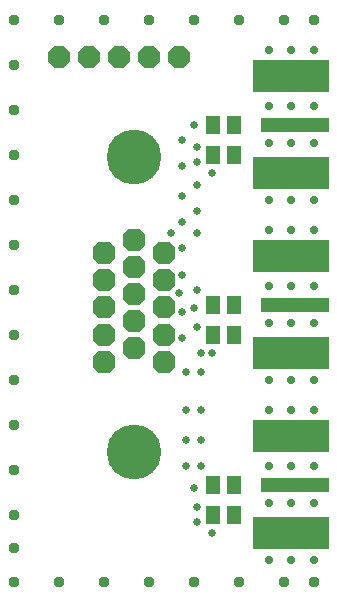
<source format=gts>
G04 EAGLE Gerber X2 export*
%TF.Part,Single*%
%TF.FileFunction,Soldermask,Top,1*%
%TF.FilePolarity,Negative*%
%TF.GenerationSoftware,Autodesk,EAGLE,9.0.0*%
%TF.CreationDate,2018-05-04T14:34:45Z*%
G75*
%MOIN*%
%FSLAX34Y34*%
%LPD*%
%AMOC8*
5,1,8,0,0,1.08239X$1,22.5*%
G01*
%ADD10P,0.082117X8X292.500000*%
%ADD11C,0.182165*%
%ADD12R,0.230000X0.046000*%
%ADD13R,0.255000X0.105000*%
%ADD14C,0.028780*%
%ADD15R,0.048307X0.060118*%
%ADD16P,0.081179X8X22.500000*%
%ADD17C,0.037480*%
%ADD18C,0.026811*%


D10*
X5500Y11455D03*
X5500Y10553D03*
X5500Y9652D03*
X5500Y8750D03*
X5500Y7848D03*
X3500Y11455D03*
X3500Y10553D03*
X3500Y9652D03*
X3500Y8750D03*
X3500Y7848D03*
X4500Y11906D03*
X4500Y11004D03*
X4500Y10102D03*
X4500Y9201D03*
X4500Y8299D03*
D11*
X4500Y14671D03*
X4500Y4829D03*
D12*
X9868Y15750D03*
D13*
X9750Y14125D03*
X9750Y17375D03*
D14*
X10500Y16375D03*
X9750Y16375D03*
X9000Y16375D03*
X9750Y15125D03*
X10500Y15125D03*
X9000Y15125D03*
X9000Y18250D03*
X9750Y18250D03*
X10500Y18250D03*
X9000Y13250D03*
X9750Y13250D03*
X10500Y13250D03*
D12*
X9868Y9750D03*
D13*
X9750Y8125D03*
X9750Y11375D03*
D14*
X10500Y10375D03*
X9750Y10375D03*
X9000Y10375D03*
X9750Y9125D03*
X10500Y9125D03*
X9000Y9125D03*
X9000Y12250D03*
X9750Y12250D03*
X10500Y12250D03*
X9000Y7250D03*
X9750Y7250D03*
X10500Y7250D03*
D12*
X9868Y3750D03*
D13*
X9750Y2125D03*
X9750Y5375D03*
D14*
X10500Y4375D03*
X9750Y4375D03*
X9000Y4375D03*
X9750Y3125D03*
X10500Y3125D03*
X9000Y3125D03*
X9000Y6250D03*
X9750Y6250D03*
X10500Y6250D03*
X9000Y1250D03*
X9750Y1250D03*
X10500Y1250D03*
D15*
X7844Y14750D03*
X7156Y14750D03*
X7156Y15750D03*
X7844Y15750D03*
X7156Y8750D03*
X7844Y8750D03*
X7844Y9750D03*
X7156Y9750D03*
X7844Y3750D03*
X7156Y3750D03*
X7844Y2750D03*
X7156Y2750D03*
D16*
X4000Y18000D03*
X3000Y18000D03*
X2000Y18000D03*
X5000Y18000D03*
X6000Y18000D03*
D17*
X500Y500D03*
X2000Y500D03*
X3500Y500D03*
X5000Y500D03*
X6500Y500D03*
X8000Y500D03*
X9500Y500D03*
X500Y1625D03*
X500Y2750D03*
X500Y4250D03*
X500Y5750D03*
X500Y7250D03*
X500Y8750D03*
X500Y10250D03*
X500Y11750D03*
X500Y13250D03*
X500Y14750D03*
X500Y16250D03*
X500Y17750D03*
X500Y19250D03*
X2000Y19250D03*
X3500Y19250D03*
X5000Y19250D03*
X6500Y19250D03*
X8000Y19250D03*
X9500Y19250D03*
X10500Y19250D03*
X10500Y500D03*
D18*
X7125Y8125D03*
X6125Y10750D03*
X6000Y10125D03*
X6625Y10250D03*
X6500Y9625D03*
X6625Y9000D03*
X6125Y9500D03*
X6125Y8625D03*
X6250Y7500D03*
X6750Y7500D03*
X6750Y6250D03*
X6250Y6250D03*
X6250Y5250D03*
X6750Y5250D03*
X6250Y4375D03*
X6750Y4375D03*
X6500Y3625D03*
X6750Y8125D03*
X6625Y3000D03*
X6625Y2500D03*
X7125Y2125D03*
X6625Y14500D03*
X6625Y15000D03*
X6125Y11625D03*
X5750Y12125D03*
X6125Y12500D03*
X6625Y12125D03*
X6625Y12875D03*
X6125Y13375D03*
X6625Y13750D03*
X6125Y14375D03*
X6125Y15250D03*
X6500Y15750D03*
X7125Y14125D03*
M02*

</source>
